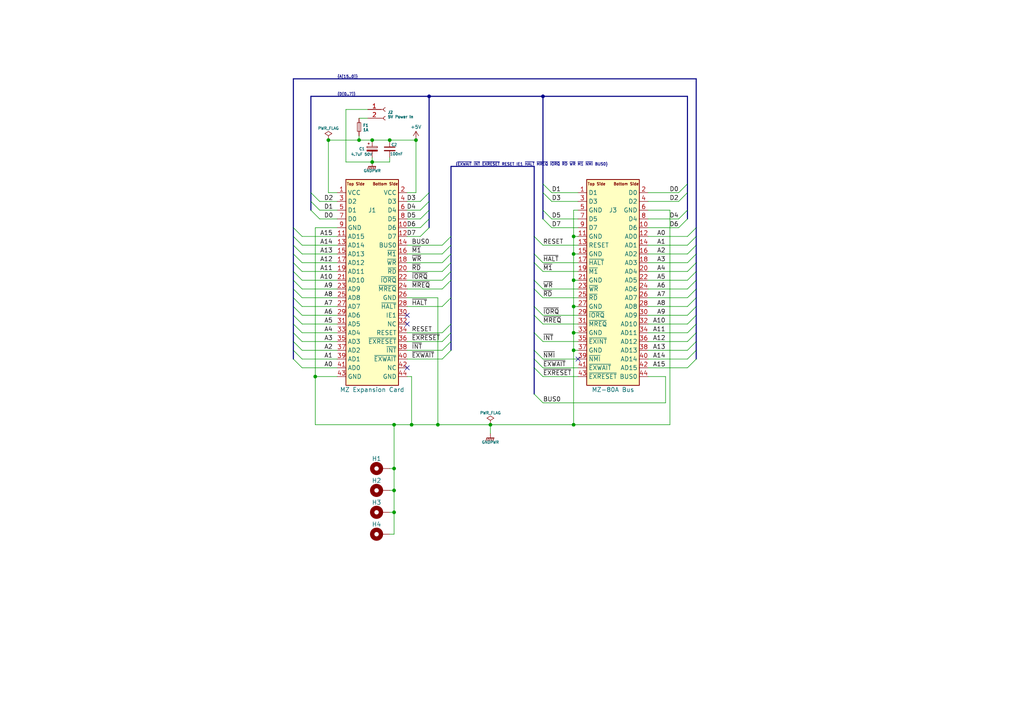
<source format=kicad_sch>
(kicad_sch (version 20230121) (generator eeschema)
  (paper "A4")
  (title_block (title "K&P SFD-700 Floppy Interface mkII") (date "2021-05-17") (rev "1.0") (comment 1 "and enhanced to operate with the MZ-80A.") (comment 2 "This is a recreation of the card using the SFD-700 & SFD-800 schematics as the base") (comment 4 "Kersten & Partners SFD-700 Floppy Disk Interface card for the Sharp MZ-80A/MZ-700."))
  (lib_symbols
    (symbol "Connector:Conn_01x02_Socket" (pin_names (offset 1.016) hide)
      (property "Reference" "J" (at 0 2.54 0))
      (property "Value" "Conn_01x02_Socket" (at 0 -5.08 0))
      (symbol "Conn_01x02_Socket_1_1"
        (arc (start 0 -2.032) (mid -0.5058 -2.54) (end 0 -3.048) (stroke (width 0.1524)))
        (polyline (pts (xy -1.27 -2.54) (xy -0.508 -2.54)) (stroke (width 0.1524)))
        (polyline (pts (xy -1.27 0) (xy -0.508 0)) (stroke (width 0.1524)))
        (arc (start 0 0.508) (mid -0.5058 0) (end 0 -0.508) (stroke (width 0.1524)))
        (pin passive line (at -5.08 0 0) (length 3.81) (name "Pin_1") (number "1"))
        (pin passive line (at -5.08 -2.54 0) (length 3.81) (name "Pin_2") (number "2"))
      )
    )
    (symbol "Device:C_Polarized_Small" (pin_numbers hide) (pin_names (offset 0.254) hide)
      (property "Reference" "C" (at 0.254 1.778 0))
      (property "Value" "C_Polarized_Small" (at 0.254 -2.032 0))
      (symbol "C_Polarized_Small_0_1"
        (rectangle (start -1.524 -0.3048) (end 1.524 -0.6858) (fill (type outline)))
        (rectangle (start -1.524 0.6858) (end 1.524 0.3048))
        (polyline (pts (xy -1.27 1.524) (xy -0.762 1.524)))
        (polyline (pts (xy -1.016 1.27) (xy -1.016 1.778)))
      )
      (symbol "C_Polarized_Small_1_1"
        (pin passive line (at 0 2.54 270) (length 1.8542) (name "~") (number "1"))
        (pin passive line (at 0 -2.54 90) (length 1.8542) (name "~") (number "2"))
      )
    )
    (symbol "Device:C_Small" (pin_numbers hide) (pin_names (offset 0.254) hide)
      (property "Reference" "C" (at 0.254 1.778 0))
      (property "Value" "C_Small" (at 0.254 -2.032 0))
      (symbol "C_Small_0_1"
        (polyline (pts (xy -1.524 -0.508) (xy 1.524 -0.508)) (stroke (width 0.3302)))
        (polyline (pts (xy -1.524 0.508) (xy 1.524 0.508)) (stroke (width 0.3048)))
      )
      (symbol "C_Small_1_1"
        (pin passive line (at 0 2.54 270) (length 2.032) (name "~") (number "1"))
        (pin passive line (at 0 -2.54 90) (length 2.032) (name "~") (number "2"))
      )
    )
    (symbol "Device:Fuse_Small" (pin_numbers hide) (pin_names (offset 0.254) hide)
      (property "Reference" "F" (at 0 -1.524 0))
      (property "Value" "Fuse_Small" (at 0 1.524 0))
      (symbol "Fuse_Small_0_1"
        (rectangle (start -1.27 0.508) (end 1.27 -0.508))
        (polyline (pts (xy -1.27 0) (xy 1.27 0)))
      )
      (symbol "Fuse_Small_1_1"
        (pin passive line (at -2.54 0 0) (length 1.27) (name "~") (number "1"))
        (pin passive line (at 2.54 0 180) (length 1.27) (name "~") (number "2"))
      )
    )
    (symbol "EXT80A:Ext_Bus_MZ800"
      (property "Reference" "J1" (at 0 21.59 0))
      (property "Value" "MZ-700 Bus" (at 0 -30.48 0))
      (symbol "Ext_Bus_MZ800_0_0"
        (text " Top Side" (at -5.08 29.21 0) (effects (font (size 0.7874 0.7874))))
        (text "Bottom Side" (at 3.81 29.21 0) (effects (font (size 0.7874 0.7874))))
      )
      (symbol "Ext_Bus_MZ800_0_1"
        (rectangle (start -7.62 -29.21) (end 7.62 30.48) (stroke (width 0.254)) (fill (type background)))
      )
      (symbol "Ext_Bus_MZ800_1_1"
        (pin power_in line (at -10.16 26.67 0) (length 2.54) (name "VCC") (number "1"))
        (pin tri_state line (at 10.16 16.51 180) (length 2.54) (name "D6") (number "10"))
        (pin tri_state line (at -10.16 13.97 0) (length 2.54) (name "AD15") (number "11"))
        (pin tri_state line (at 10.16 13.97 180) (length 2.54) (name "D7") (number "12"))
        (pin tri_state line (at -10.16 11.43 0) (length 2.54) (name "AD14") (number "13"))
        (pin tri_state line (at 10.16 11.43 180) (length 2.54) (name "BUS0") (number "14"))
        (pin tri_state line (at -10.16 8.89 0) (length 2.54) (name "AD13") (number "15"))
        (pin tri_state line (at 10.16 8.89 180) (length 2.54) (name "~{M1}") (number "16"))
        (pin tri_state line (at -10.16 6.35 0) (length 2.54) (name "AD12") (number "17"))
        (pin tri_state line (at 10.16 6.35 180) (length 2.54) (name "~{WR}") (number "18"))
        (pin tri_state line (at -10.16 3.81 0) (length 2.54) (name "AD11") (number "19"))
        (pin power_in line (at 10.16 26.67 180) (length 2.54) (name "VCC") (number "2"))
        (pin tri_state line (at 10.16 3.81 180) (length 2.54) (name "~{RD}") (number "20"))
        (pin tri_state line (at -10.16 1.27 0) (length 2.54) (name "AD10") (number "21"))
        (pin tri_state line (at 10.16 1.27 180) (length 2.54) (name "~{IORQ}") (number "22"))
        (pin tri_state line (at -10.16 -1.27 0) (length 2.54) (name "AD9") (number "23"))
        (pin tri_state line (at 10.16 -1.27 180) (length 2.54) (name "~{MREQ}") (number "24"))
        (pin tri_state line (at -10.16 -3.81 0) (length 2.54) (name "AD8") (number "25"))
        (pin power_in line (at 10.16 -3.81 180) (length 2.54) (name "GND") (number "26"))
        (pin tri_state line (at -10.16 -6.35 0) (length 2.54) (name "AD7") (number "27"))
        (pin tri_state line (at 10.16 -6.35 180) (length 2.54) (name "~{HALT}") (number "28"))
        (pin tri_state line (at -10.16 -8.89 0) (length 2.54) (name "AD6") (number "29"))
        (pin tri_state line (at -10.16 24.13 0) (length 2.54) (name "D2") (number "3"))
        (pin tri_state line (at 10.16 -8.89 180) (length 2.54) (name "IE1") (number "30"))
        (pin tri_state line (at -10.16 -11.43 0) (length 2.54) (name "AD5") (number "31"))
        (pin tri_state line (at 10.16 -11.43 180) (length 2.54) (name "NC") (number "32"))
        (pin tri_state line (at -10.16 -13.97 0) (length 2.54) (name "AD4") (number "33"))
        (pin tri_state line (at 10.16 -13.97 180) (length 2.54) (name "RESET") (number "34"))
        (pin tri_state line (at -10.16 -16.51 0) (length 2.54) (name "AD3") (number "35"))
        (pin tri_state line (at 10.16 -16.51 180) (length 2.54) (name "~{EXRESET}") (number "36"))
        (pin tri_state line (at -10.16 -19.05 0) (length 2.54) (name "AD2") (number "37"))
        (pin tri_state line (at 10.16 -19.05 180) (length 2.54) (name "~{INT}") (number "38"))
        (pin tri_state line (at -10.16 -21.59 0) (length 2.54) (name "AD1") (number "39"))
        (pin tri_state line (at 10.16 24.13 180) (length 2.54) (name "D3") (number "4"))
        (pin tri_state line (at 10.16 -21.59 180) (length 2.54) (name "~{EXWAIT}") (number "40"))
        (pin tri_state line (at -10.16 -24.13 0) (length 2.54) (name "AD0") (number "41"))
        (pin tri_state line (at 10.16 -24.13 180) (length 2.54) (name "NC") (number "42"))
        (pin power_in line (at -10.16 -26.67 0) (length 2.54) (name "GND") (number "43"))
        (pin power_in line (at 10.16 -26.67 180) (length 2.54) (name "GND") (number "44"))
        (pin tri_state line (at -10.16 21.59 0) (length 2.54) (name "D1") (number "5"))
        (pin tri_state line (at 10.16 21.59 180) (length 2.54) (name "D4") (number "6"))
        (pin tri_state line (at -10.16 19.05 0) (length 2.54) (name "D0") (number "7"))
        (pin tri_state line (at 10.16 19.05 180) (length 2.54) (name "D5") (number "8"))
        (pin power_in line (at -10.16 16.51 0) (length 2.54) (name "GND") (number "9"))
      )
    )
    (symbol "EXT80A:Ext_Bus_MZ80A"
      (property "Reference" "J1" (at 0 21.59 0))
      (property "Value" "MZ-700 Bus" (at 0 -30.48 0))
      (symbol "Ext_Bus_MZ80A_0_0"
        (text " Top Side" (at -5.08 29.21 0) (effects (font (size 0.7874 0.7874))))
        (text "Bottom Side" (at 3.81 29.21 0) (effects (font (size 0.7874 0.7874))))
      )
      (symbol "Ext_Bus_MZ80A_0_1"
        (rectangle (start -7.62 30.48) (end 7.62 -29.21) (stroke (width 0.254)) (fill (type background)))
      )
      (symbol "Ext_Bus_MZ80A_1_1"
        (pin tri_state line (at -10.16 26.67 0) (length 2.54) (name "D1") (number "1"))
        (pin tri_state line (at 10.16 16.51 180) (length 2.54) (name "D6") (number "10"))
        (pin power_in line (at -10.16 13.97 0) (length 2.54) (name "GND") (number "11"))
        (pin tri_state line (at 10.16 13.97 180) (length 2.54) (name "AD0") (number "12"))
        (pin tri_state line (at -10.16 11.43 0) (length 2.54) (name "RESET") (number "13"))
        (pin tri_state line (at 10.16 11.43 180) (length 2.54) (name "AD1") (number "14"))
        (pin power_in line (at -10.16 8.89 0) (length 2.54) (name "GND") (number "15"))
        (pin tri_state line (at 10.16 8.89 180) (length 2.54) (name "AD2") (number "16"))
        (pin tri_state line (at -10.16 6.35 0) (length 2.54) (name "~{HALT}") (number "17"))
        (pin tri_state line (at 10.16 6.35 180) (length 2.54) (name "AD3") (number "18"))
        (pin tri_state line (at -10.16 3.81 0) (length 2.54) (name "~{M1}") (number "19"))
        (pin tri_state line (at 10.16 26.67 180) (length 2.54) (name "D0") (number "2"))
        (pin tri_state line (at 10.16 3.81 180) (length 2.54) (name "AD4") (number "20"))
        (pin power_in line (at -10.16 1.27 0) (length 2.54) (name "GND") (number "21"))
        (pin tri_state line (at 10.16 1.27 180) (length 2.54) (name "AD5") (number "22"))
        (pin tri_state line (at -10.16 -1.27 0) (length 2.54) (name "~{WR}") (number "23"))
        (pin tri_state line (at 10.16 -1.27 180) (length 2.54) (name "AD6") (number "24"))
        (pin tri_state line (at -10.16 -3.81 0) (length 2.54) (name "~{RD}") (number "25"))
        (pin tri_state line (at 10.16 -3.81 180) (length 2.54) (name "AD7") (number "26"))
        (pin power_in line (at -10.16 -6.35 0) (length 2.54) (name "GND") (number "27"))
        (pin tri_state line (at 10.16 -6.35 180) (length 2.54) (name "AD8") (number "28"))
        (pin tri_state line (at -10.16 -8.89 0) (length 2.54) (name "~{IORQ}") (number "29"))
        (pin tri_state line (at -10.16 24.13 0) (length 2.54) (name "D3") (number "3"))
        (pin tri_state line (at 10.16 -8.89 180) (length 2.54) (name "AD9") (number "30"))
        (pin tri_state line (at -10.16 -11.43 0) (length 2.54) (name "~{MREQ}") (number "31"))
        (pin tri_state line (at 10.16 -11.43 180) (length 2.54) (name "AD10") (number "32"))
        (pin power_in line (at -10.16 -13.97 0) (length 2.54) (name "GND") (number "33"))
        (pin tri_state line (at 10.16 -13.97 180) (length 2.54) (name "AD11") (number "34"))
        (pin tri_state line (at -10.16 -16.51 0) (length 2.54) (name "~{EXINT}") (number "35"))
        (pin tri_state line (at 10.16 -16.51 180) (length 2.54) (name "AD12") (number "36"))
        (pin power_in line (at -10.16 -19.05 0) (length 2.54) (name "GND") (number "37"))
        (pin tri_state line (at 10.16 -19.05 180) (length 2.54) (name "AD13") (number "38"))
        (pin tri_state line (at -10.16 -21.59 0) (length 2.54) (name "~{NMI}") (number "39"))
        (pin tri_state line (at 10.16 24.13 180) (length 2.54) (name "D2") (number "4"))
        (pin tri_state line (at 10.16 -21.59 180) (length 2.54) (name "AD14") (number "40"))
        (pin tri_state line (at -10.16 -24.13 0) (length 2.54) (name "~{EXWAIT}") (number "41"))
        (pin tri_state line (at 10.16 -24.13 180) (length 2.54) (name "AD15") (number "42"))
        (pin tri_state line (at -10.16 -26.67 0) (length 2.54) (name "~{EXRESET}") (number "43"))
        (pin tri_state line (at 10.16 -26.67 180) (length 2.54) (name "BUS0") (number "44"))
        (pin power_in line (at -10.16 21.59 0) (length 2.54) (name "GND") (number "5"))
        (pin power_in line (at 10.16 21.59 180) (length 2.54) (name "GND") (number "6"))
        (pin tri_state line (at -10.16 19.05 0) (length 2.54) (name "D5") (number "7"))
        (pin tri_state line (at 10.16 19.05 180) (length 2.54) (name "D4") (number "8"))
        (pin tri_state line (at -10.16 16.51 0) (length 2.54) (name "D7") (number "9"))
      )
    )
    (symbol "Mechanical:MountingHole_Pad" (pin_numbers hide) (pin_names (offset 1.016) hide)
      (property "Reference" "H" (at 0 6.35 0))
      (property "Value" "MountingHole_Pad" (at 0 4.445 0))
      (symbol "MountingHole_Pad_0_1"
        (circle (center 0 1.27) (radius 1.27) (stroke (width 1.27)))
      )
      (symbol "MountingHole_Pad_1_1"
        (pin input line (at 0 -2.54 90) (length 2.54) (name "1") (number "1"))
      )
    )
    (symbol "power:+5V" (power) (pin_names (offset 0))
      (property "Value" "+5V" (at 0 3.556 0))
      (symbol "+5V_0_1"
        (polyline (pts (xy -0.762 1.27) (xy 0 2.54)))
        (polyline (pts (xy 0 0) (xy 0 2.54)))
        (polyline (pts (xy 0 2.54) (xy 0.762 1.27)))
      )
      (symbol "+5V_1_1"
        (pin power_in line (at 0 0 90) (length 0) hide (name "+5V") (number "1"))
      )
    )
    (symbol "power:GNDPWR" (power) (pin_names (offset 0))
      (property "Value" "GNDPWR" (at 0 -3.302 0))
      (symbol "GNDPWR_0_1"
        (polyline (pts (xy 0 -1.27) (xy 0 0)))
        (polyline (pts (xy -1.016 -1.27) (xy -1.27 -2.032) (xy -1.27 -2.032)) (stroke (width 0.2032)))
        (polyline (pts (xy -0.508 -1.27) (xy -0.762 -2.032) (xy -0.762 -2.032)) (stroke (width 0.2032)))
        (polyline (pts (xy 0 -1.27) (xy -0.254 -2.032) (xy -0.254 -2.032)) (stroke (width 0.2032)))
        (polyline (pts (xy 0.508 -1.27) (xy 0.254 -2.032) (xy 0.254 -2.032)) (stroke (width 0.2032)))
        (polyline (pts (xy 1.016 -1.27) (xy -1.016 -1.27) (xy -1.016 -1.27)) (stroke (width 0.2032)))
        (polyline (pts (xy 1.016 -1.27) (xy 0.762 -2.032) (xy 0.762 -2.032) (xy 0.762 -2.032)) (stroke (width 0.2032)))
      )
      (symbol "GNDPWR_1_1"
        (pin power_in line (at 0 0 270) (length 0) hide (name "GNDPWR") (number "1"))
      )
    )
    (symbol "power:PWR_FLAG" (power) (pin_numbers hide) (pin_names (offset 0) hide)
      (property "Value" "PWR_FLAG" (at 0 3.81 0))
      (symbol "PWR_FLAG_0_0"
        (pin power_out line (at 0 0 90) (length 0) (name "pwr") (number "1"))
      )
      (symbol "PWR_FLAG_0_1"
        (polyline (pts (xy 0 0) (xy 0 1.27) (xy -1.016 1.905) (xy 0 2.54) (xy 1.016 1.905) (xy 0 1.27)))
      )
    )
  )
  (junction (at 120.65 40.64))
  (junction (at 166.37 123.19))
  (junction (at 166.37 73.66))
  (junction (at 166.37 101.6))
  (junction (at 166.37 88.9))
  (junction (at 104.14 40.64))
  (junction (at 157.48 27.94))
  (junction (at 114.3 135.89))
  (junction (at 142.24 123.19))
  (junction (at 119.38 123.19))
  (junction (at 166.37 96.52))
  (junction (at 95.25 40.64))
  (junction (at 114.3 123.19))
  (junction (at 166.37 81.28))
  (junction (at 127 123.19))
  (junction (at 107.95 40.64))
  (junction (at 107.95 46.99))
  (junction (at 124.46 27.94))
  (junction (at 166.37 68.58))
  (junction (at 114.3 148.59))
  (junction (at 91.44 109.22))
  (junction (at 113.03 40.64))
  (junction (at 114.3 142.24))
  (no_connect (at 118.11 106.68))
  (no_connect (at 118.11 93.98))
  (no_connect (at 167.64 104.14))
  (no_connect (at 118.11 91.44))
  (bus_entry (at 154.94 88.9) (size 2.54 2.54))
  (bus_entry (at 128.27 101.6) (size 2.54 -2.54))
  (bus_entry (at 128.27 99.06) (size 2.54 -2.54))
  (bus_entry (at 199.39 104.14) (size 2.54 -2.54))
  (bus_entry (at 128.27 73.66) (size 2.54 -2.54))
  (bus_entry (at 199.39 76.2) (size 2.54 -2.54))
  (bus_entry (at 199.39 78.74) (size 2.54 -2.54))
  (bus_entry (at 157.48 63.5) (size 2.54 2.54))
  (bus_entry (at 157.48 60.96) (size 2.54 2.54))
  (bus_entry (at 87.63 86.36) (size -2.54 -2.54))
  (bus_entry (at 121.92 60.96) (size 2.54 -2.54))
  (bus_entry (at 128.27 83.82) (size 2.54 -2.54))
  (bus_entry (at 154.94 114.3) (size 2.54 2.54))
  (bus_entry (at 121.92 66.04) (size 2.54 -2.54))
  (bus_entry (at 121.92 68.58) (size 2.54 -2.54))
  (bus_entry (at 87.63 104.14) (size -2.54 -2.54))
  (bus_entry (at 154.94 83.82) (size 2.54 2.54))
  (bus_entry (at 199.39 63.5) (size -2.54 2.54))
  (bus_entry (at 199.39 73.66) (size 2.54 -2.54))
  (bus_entry (at 154.94 76.2) (size 2.54 2.54))
  (bus_entry (at 199.39 99.06) (size 2.54 -2.54))
  (bus_entry (at 199.39 106.68) (size 2.54 -2.54))
  (bus_entry (at 128.27 71.12) (size 2.54 -2.54))
  (bus_entry (at 90.17 60.96) (size 2.54 2.54))
  (bus_entry (at 128.27 76.2) (size 2.54 -2.54))
  (bus_entry (at 199.39 71.12) (size 2.54 -2.54))
  (bus_entry (at 154.94 101.6) (size 2.54 2.54))
  (bus_entry (at 128.27 104.14) (size 2.54 -2.54))
  (bus_entry (at 199.39 60.96) (size -2.54 2.54))
  (bus_entry (at 87.63 81.28) (size -2.54 -2.54))
  (bus_entry (at 199.39 91.44) (size 2.54 -2.54))
  (bus_entry (at 199.39 88.9) (size 2.54 -2.54))
  (bus_entry (at 87.63 78.74) (size -2.54 -2.54))
  (bus_entry (at 199.39 83.82) (size 2.54 -2.54))
  (bus_entry (at 199.39 86.36) (size 2.54 -2.54))
  (bus_entry (at 128.27 78.74) (size 2.54 -2.54))
  (bus_entry (at 199.39 53.34) (size -2.54 2.54))
  (bus_entry (at 87.63 76.2) (size -2.54 -2.54))
  (bus_entry (at 128.27 96.52) (size 2.54 -2.54))
  (bus_entry (at 87.63 106.68) (size -2.54 -2.54))
  (bus_entry (at 87.63 91.44) (size -2.54 -2.54))
  (bus_entry (at 128.27 88.9) (size 2.54 -2.54))
  (bus_entry (at 199.39 101.6) (size 2.54 -2.54))
  (bus_entry (at 154.94 68.58) (size 2.54 2.54))
  (bus_entry (at 157.48 53.34) (size 2.54 2.54))
  (bus_entry (at 154.94 96.52) (size 2.54 2.54))
  (bus_entry (at 154.94 106.68) (size 2.54 2.54))
  (bus_entry (at 154.94 81.28) (size 2.54 2.54))
  (bus_entry (at 154.94 104.14) (size 2.54 2.54))
  (bus_entry (at 199.39 55.88) (size -2.54 2.54))
  (bus_entry (at 87.63 71.12) (size -2.54 -2.54))
  (bus_entry (at 87.63 88.9) (size -2.54 -2.54))
  (bus_entry (at 154.94 91.44) (size 2.54 2.54))
  (bus_entry (at 199.39 93.98) (size 2.54 -2.54))
  (bus_entry (at 87.63 96.52) (size -2.54 -2.54))
  (bus_entry (at 90.17 55.88) (size 2.54 2.54))
  (bus_entry (at 87.63 93.98) (size -2.54 -2.54))
  (bus_entry (at 87.63 73.66) (size -2.54 -2.54))
  (bus_entry (at 154.94 73.66) (size 2.54 2.54))
  (bus_entry (at 87.63 83.82) (size -2.54 -2.54))
  (bus_entry (at 87.63 101.6) (size -2.54 -2.54))
  (bus_entry (at 121.92 58.42) (size 2.54 -2.54))
  (bus_entry (at 199.39 68.58) (size 2.54 -2.54))
  (bus_entry (at 199.39 96.52) (size 2.54 -2.54))
  (bus_entry (at 157.48 55.88) (size 2.54 2.54))
  (bus_entry (at 199.39 81.28) (size 2.54 -2.54))
  (bus_entry (at 87.63 99.06) (size -2.54 -2.54))
  (bus_entry (at 128.27 81.28) (size 2.54 -2.54))
  (bus_entry (at 90.17 58.42) (size 2.54 2.54))
  (bus_entry (at 121.92 63.5) (size 2.54 -2.54))
  (bus_entry (at 87.63 68.58) (size -2.54 -2.54))
  (wire (pts (xy 187.96 63.5) (xy 196.85 63.5)))
  (wire (pts (xy 160.02 63.5) (xy 167.64 63.5)))
  (wire (pts (xy 128.27 76.2) (xy 118.11 76.2)))
  (bus (pts (xy 124.46 27.94) (xy 124.46 55.88)))
  (wire (pts (xy 114.3 142.24) (xy 114.3 135.89)))
  (wire (pts (xy 95.25 40.64) (xy 104.14 40.64)))
  (bus (pts (xy 85.09 66.04) (xy 85.09 22.86)))
  (wire (pts (xy 128.27 83.82) (xy 118.11 83.82)))
  (wire (pts (xy 104.14 39.37) (xy 104.14 40.64)))
  (bus (pts (xy 154.94 68.58) (xy 154.94 73.66)))
  (wire (pts (xy 166.37 123.19) (xy 194.31 123.19)))
  (wire (pts (xy 199.39 96.52) (xy 187.96 96.52)))
  (bus (pts (xy 154.94 48.26) (xy 154.94 68.58)))
  (wire (pts (xy 199.39 71.12) (xy 187.96 71.12)))
  (wire (pts (xy 166.37 60.96) (xy 166.37 68.58)))
  (bus (pts (xy 85.09 71.12) (xy 85.09 73.66)))
  (bus (pts (xy 85.09 99.06) (xy 85.09 101.6)))
  (wire (pts (xy 97.79 96.52) (xy 87.63 96.52)))
  (wire (pts (xy 119.38 109.22) (xy 119.38 123.19)))
  (wire (pts (xy 166.37 88.9) (xy 167.64 88.9)))
  (bus (pts (xy 201.93 96.52) (xy 201.93 93.98)))
  (wire (pts (xy 128.27 96.52) (xy 118.11 96.52)))
  (bus (pts (xy 85.09 68.58) (xy 85.09 71.12)))
  (wire (pts (xy 167.64 83.82) (xy 157.48 83.82)))
  (wire (pts (xy 97.79 58.42) (xy 92.71 58.42)))
  (wire (pts (xy 199.39 91.44) (xy 187.96 91.44)))
  (bus (pts (xy 130.81 68.58) (xy 130.81 71.12)))
  (wire (pts (xy 118.11 86.36) (xy 127 86.36)))
  (wire (pts (xy 199.39 76.2) (xy 187.96 76.2)))
  (bus (pts (xy 201.93 78.74) (xy 201.93 76.2)))
  (wire (pts (xy 97.79 73.66) (xy 87.63 73.66)))
  (bus (pts (xy 201.93 71.12) (xy 201.93 68.58)))
  (bus (pts (xy 201.93 101.6) (xy 201.93 104.14)))
  (wire (pts (xy 118.11 58.42) (xy 121.92 58.42)))
  (bus (pts (xy 85.09 93.98) (xy 85.09 96.52)))
  (bus (pts (xy 201.93 88.9) (xy 201.93 86.36)))
  (wire (pts (xy 160.02 55.88) (xy 167.64 55.88)))
  (wire (pts (xy 199.39 93.98) (xy 187.96 93.98)))
  (wire (pts (xy 97.79 60.96) (xy 92.71 60.96)))
  (bus (pts (xy 130.81 86.36) (xy 130.81 93.98)))
  (wire (pts (xy 167.64 78.74) (xy 157.48 78.74)))
  (wire (pts (xy 97.79 101.6) (xy 87.63 101.6)))
  (wire (pts (xy 166.37 101.6) (xy 167.64 101.6)))
  (bus (pts (xy 130.81 93.98) (xy 130.81 96.52)))
  (bus (pts (xy 85.09 101.6) (xy 85.09 104.14)))
  (wire (pts (xy 113.03 148.59) (xy 114.3 148.59)))
  (bus (pts (xy 154.94 106.68) (xy 154.94 114.3)))
  (wire (pts (xy 187.96 58.42) (xy 196.85 58.42)))
  (bus (pts (xy 157.48 53.34) (xy 157.48 27.94)))
  (wire (pts (xy 106.68 34.29) (xy 104.14 34.29)))
  (bus (pts (xy 201.93 91.44) (xy 201.93 88.9)))
  (bus (pts (xy 201.93 68.58) (xy 201.93 66.04)))
  (bus (pts (xy 199.39 55.88) (xy 199.39 53.34)))
  (wire (pts (xy 167.64 106.68) (xy 157.48 106.68)))
  (wire (pts (xy 193.04 116.84) (xy 193.04 109.22)))
  (wire (pts (xy 128.27 71.12) (xy 118.11 71.12)))
  (wire (pts (xy 199.39 101.6) (xy 187.96 101.6)))
  (wire (pts (xy 199.39 106.68) (xy 187.96 106.68)))
  (bus (pts (xy 124.46 63.5) (xy 124.46 66.04)))
  (bus (pts (xy 130.81 76.2) (xy 130.81 78.74)))
  (bus (pts (xy 154.94 83.82) (xy 154.94 81.28)))
  (wire (pts (xy 194.31 60.96) (xy 194.31 123.19)))
  (wire (pts (xy 167.64 86.36) (xy 157.48 86.36)))
  (bus (pts (xy 157.48 27.94) (xy 124.46 27.94)))
  (wire (pts (xy 97.79 86.36) (xy 87.63 86.36)))
  (wire (pts (xy 128.27 104.14) (xy 118.11 104.14)))
  (wire (pts (xy 187.96 81.28) (xy 199.39 81.28)))
  (bus (pts (xy 199.39 55.88) (xy 199.39 60.96)))
  (wire (pts (xy 91.44 109.22) (xy 91.44 123.19)))
  (bus (pts (xy 90.17 27.94) (xy 90.17 55.88)))
  (wire (pts (xy 142.24 123.19) (xy 142.24 125.73)))
  (wire (pts (xy 142.24 123.19) (xy 127 123.19)))
  (wire (pts (xy 118.11 63.5) (xy 121.92 63.5)))
  (wire (pts (xy 142.24 123.19) (xy 166.37 123.19)))
  (wire (pts (xy 166.37 96.52) (xy 167.64 96.52)))
  (wire (pts (xy 128.27 99.06) (xy 118.11 99.06)))
  (wire (pts (xy 160.02 66.04) (xy 167.64 66.04)))
  (wire (pts (xy 128.27 78.74) (xy 118.11 78.74)))
  (wire (pts (xy 100.33 31.75) (xy 100.33 46.99)))
  (bus (pts (xy 201.93 99.06) (xy 201.93 96.52)))
  (bus (pts (xy 157.48 63.5) (xy 157.48 60.96)))
  (wire (pts (xy 113.03 45.72) (xy 113.03 46.99)))
  (bus (pts (xy 130.81 78.74) (xy 130.81 81.28)))
  (bus (pts (xy 90.17 55.88) (xy 90.17 58.42)))
  (wire (pts (xy 106.68 31.75) (xy 100.33 31.75)))
  (bus (pts (xy 201.93 73.66) (xy 201.93 71.12)))
  (bus (pts (xy 201.93 76.2) (xy 201.93 73.66)))
  (wire (pts (xy 128.27 101.6) (xy 118.11 101.6)))
  (wire (pts (xy 91.44 109.22) (xy 97.79 109.22)))
  (wire (pts (xy 187.96 60.96) (xy 194.31 60.96)))
  (bus (pts (xy 130.81 48.26) (xy 130.81 68.58)))
  (wire (pts (xy 157.48 116.84) (xy 193.04 116.84)))
  (wire (pts (xy 97.79 106.68) (xy 87.63 106.68)))
  (wire (pts (xy 114.3 148.59) (xy 114.3 142.24)))
  (bus (pts (xy 85.09 91.44) (xy 85.09 93.98)))
  (wire (pts (xy 113.03 154.94) (xy 114.3 154.94)))
  (bus (pts (xy 154.94 76.2) (xy 154.94 73.66)))
  (wire (pts (xy 167.64 71.12) (xy 157.48 71.12)))
  (bus (pts (xy 154.94 106.68) (xy 154.94 104.14)))
  (wire (pts (xy 199.39 78.74) (xy 187.96 78.74)))
  (wire (pts (xy 127 123.19) (xy 119.38 123.19)))
  (bus (pts (xy 85.09 81.28) (xy 85.09 83.82)))
  (wire (pts (xy 199.39 99.06) (xy 187.96 99.06)))
  (bus (pts (xy 157.48 55.88) (xy 157.48 53.34)))
  (bus (pts (xy 85.09 66.04) (xy 85.09 68.58)))
  (bus (pts (xy 85.09 76.2) (xy 85.09 78.74)))
  (bus (pts (xy 124.46 55.88) (xy 124.46 58.42)))
  (wire (pts (xy 166.37 68.58) (xy 166.37 73.66)))
  (wire (pts (xy 127 86.36) (xy 127 123.19)))
  (bus (pts (xy 199.39 53.34) (xy 199.39 27.94)))
  (wire (pts (xy 166.37 81.28) (xy 166.37 88.9)))
  (bus (pts (xy 199.39 63.5) (xy 199.39 60.96)))
  (bus (pts (xy 201.93 86.36) (xy 201.93 83.82)))
  (bus (pts (xy 85.09 83.82) (xy 85.09 86.36)))
  (wire (pts (xy 97.79 76.2) (xy 87.63 76.2)))
  (wire (pts (xy 167.64 91.44) (xy 157.48 91.44)))
  (bus (pts (xy 201.93 66.04) (xy 201.93 22.86)))
  (wire (pts (xy 114.3 135.89) (xy 113.03 135.89)))
  (wire (pts (xy 114.3 123.19) (xy 91.44 123.19)))
  (wire (pts (xy 166.37 73.66) (xy 166.37 81.28)))
  (wire (pts (xy 97.79 55.88) (xy 95.25 55.88)))
  (bus (pts (xy 154.94 83.82) (xy 154.94 88.9)))
  (wire (pts (xy 118.11 66.04) (xy 121.92 66.04)))
  (wire (pts (xy 193.04 109.22) (xy 187.96 109.22)))
  (bus (pts (xy 201.93 81.28) (xy 201.93 78.74)))
  (wire (pts (xy 199.39 104.14) (xy 187.96 104.14)))
  (bus (pts (xy 154.94 104.14) (xy 154.94 101.6)))
  (bus (pts (xy 124.46 58.42) (xy 124.46 60.96)))
  (wire (pts (xy 128.27 73.66) (xy 118.11 73.66)))
  (wire (pts (xy 166.37 81.28) (xy 167.64 81.28)))
  (wire (pts (xy 199.39 86.36) (xy 187.96 86.36)))
  (bus (pts (xy 130.81 71.12) (xy 130.81 73.66)))
  (wire (pts (xy 128.27 81.28) (xy 118.11 81.28)))
  (bus (pts (xy 154.94 76.2) (xy 154.94 81.28)))
  (wire (pts (xy 97.79 71.12) (xy 87.63 71.12)))
  (wire (pts (xy 167.64 60.96) (xy 166.37 60.96)))
  (wire (pts (xy 199.39 68.58) (xy 187.96 68.58)))
  (wire (pts (xy 97.79 66.04) (xy 91.44 66.04)))
  (wire (pts (xy 167.64 109.22) (xy 157.48 109.22)))
  (wire (pts (xy 166.37 96.52) (xy 166.37 101.6)))
  (wire (pts (xy 166.37 101.6) (xy 166.37 123.19)))
  (bus (pts (xy 85.09 22.86) (xy 201.93 22.86)))
  (wire (pts (xy 199.39 73.66) (xy 187.96 73.66)))
  (bus (pts (xy 124.46 60.96) (xy 124.46 63.5)))
  (wire (pts (xy 167.64 76.2) (xy 157.48 76.2)))
  (wire (pts (xy 113.03 40.64) (xy 120.65 40.64)))
  (bus (pts (xy 85.09 78.74) (xy 85.09 81.28)))
  (bus (pts (xy 90.17 58.42) (xy 90.17 60.96)))
  (wire (pts (xy 167.64 104.14) (xy 157.48 104.14)))
  (wire (pts (xy 97.79 83.82) (xy 87.63 83.82)))
  (bus (pts (xy 130.81 99.06) (xy 130.81 101.6)))
  (wire (pts (xy 113.03 142.24) (xy 114.3 142.24)))
  (wire (pts (xy 91.44 66.04) (xy 91.44 109.22)))
  (wire (pts (xy 104.14 40.64) (xy 107.95 40.64)))
  (wire (pts (xy 95.25 40.64) (xy 95.25 55.88)))
  (bus (pts (xy 130.81 73.66) (xy 130.81 76.2)))
  (bus (pts (xy 85.09 88.9) (xy 85.09 91.44)))
  (wire (pts (xy 97.79 99.06) (xy 87.63 99.06)))
  (wire (pts (xy 97.79 68.58) (xy 87.63 68.58)))
  (wire (pts (xy 107.95 45.72) (xy 107.95 46.99)))
  (wire (pts (xy 166.37 68.58) (xy 167.64 68.58)))
  (wire (pts (xy 118.11 68.58) (xy 121.92 68.58)))
  (wire (pts (xy 160.02 58.42) (xy 167.64 58.42)))
  (wire (pts (xy 199.39 88.9) (xy 187.96 88.9)))
  (wire (pts (xy 97.79 81.28) (xy 87.63 81.28)))
  (wire (pts (xy 97.79 78.74) (xy 87.63 78.74)))
  (wire (pts (xy 199.39 83.82) (xy 187.96 83.82)))
  (wire (pts (xy 187.96 66.04) (xy 196.85 66.04)))
  (wire (pts (xy 107.95 40.64) (xy 113.03 40.64)))
  (bus (pts (xy 157.48 55.88) (xy 157.48 60.96)))
  (wire (pts (xy 97.79 104.14) (xy 87.63 104.14)))
  (wire (pts (xy 100.33 46.99) (xy 107.95 46.99)))
  (wire (pts (xy 120.65 40.64) (xy 120.65 55.88)))
  (bus (pts (xy 201.93 83.82) (xy 201.93 81.28)))
  (bus (pts (xy 201.93 101.6) (xy 201.93 99.06)))
  (bus (pts (xy 154.94 91.44) (xy 154.94 96.52)))
  (bus (pts (xy 130.81 96.52) (xy 130.81 99.06)))
  (wire (pts (xy 97.79 63.5) (xy 92.71 63.5)))
  (bus (pts (xy 130.81 81.28) (xy 130.81 86.36)))
  (bus (pts (xy 201.93 93.98) (xy 201.93 91.44)))
  (wire (pts (xy 118.11 109.22) (xy 119.38 109.22)))
  (wire (pts (xy 119.38 123.19) (xy 114.3 123.19)))
  (wire (pts (xy 166.37 88.9) (xy 166.37 96.52)))
  (wire (pts (xy 167.64 99.06) (xy 157.48 99.06)))
  (bus (pts (xy 154.94 91.44) (xy 154.94 88.9)))
  (wire (pts (xy 97.79 88.9) (xy 87.63 88.9)))
  (bus (pts (xy 157.48 27.94) (xy 199.39 27.94)))
  (bus (pts (xy 85.09 86.36) (xy 85.09 88.9)))
  (wire (pts (xy 113.03 46.99) (xy 107.95 46.99)))
  (bus (pts (xy 85.09 96.52) (xy 85.09 99.06)))
  (wire (pts (xy 97.79 93.98) (xy 87.63 93.98)))
  (wire (pts (xy 97.79 91.44) (xy 87.63 91.44)))
  (wire (pts (xy 187.96 55.88) (xy 196.85 55.88)))
  (wire (pts (xy 118.11 60.96) (xy 121.92 60.96)))
  (wire (pts (xy 114.3 123.19) (xy 114.3 135.89)))
  (bus (pts (xy 130.81 48.26) (xy 154.94 48.26)))
  (bus (pts (xy 85.09 73.66) (xy 85.09 76.2)))
  (bus (pts (xy 154.94 96.52) (xy 154.94 101.6)))
  (wire (pts (xy 166.37 73.66) (xy 167.64 73.66)))
  (wire (pts (xy 167.64 93.98) (xy 157.48 93.98)))
  (wire (pts (xy 128.27 88.9) (xy 118.11 88.9)))
  (wire (pts (xy 118.11 55.88) (xy 120.65 55.88)))
  (wire (pts (xy 114.3 154.94) (xy 114.3 148.59)))
  (bus (pts (xy 124.46 27.94) (xy 90.17 27.94)))
  (label "A6" (at 193.04 83.82 180))
  (label "D4" (at 120.65 60.96 180))
  (label "A7" (at 193.04 86.36 180))
  (label "~{MREQ}" (at 119.38 83.82 0))
  (label "~{INT}" (at 157.48 99.06 0))
  (label "~{WR}" (at 119.38 76.2 0))
  (label "RESET" (at 157.48 71.12 0))
  (label "D0" (at 196.85 55.88 180))
  (label "D1" (at 160.02 55.88 0))
  (label "~{M1}" (at 157.48 78.74 0))
  (label "A1" (at 193.04 71.12 180))
  (label "A14" (at 96.52 71.12 180))
  (label "A1" (at 96.52 104.14 180))
  (label "D5" (at 160.02 63.5 0))
  (label "A9" (at 96.52 83.82 180))
  (label "{D[0..7]}" (at 97.79 27.94 0) (effects (font (size 0.8 0.8))))
  (label "D0" (at 93.98 63.5 0))
  (label "~{HALT}" (at 157.48 76.2 0))
  (label "D6" (at 120.65 66.04 180))
  (label "~{RD}" (at 157.48 86.36 0))
  (label "A4" (at 96.52 96.52 180))
  (label "A3" (at 193.04 76.2 180))
  (label "D7" (at 120.65 68.58 180))
  (label "~{IORQ}" (at 119.38 81.28 0))
  (label "A2" (at 96.52 101.6 180))
  (label "A8" (at 193.04 88.9 180))
  (label "~{WR}" (at 157.48 83.82 0))
  (label "A11" (at 193.04 96.52 180))
  (label "A0" (at 96.52 106.68 180))
  (label "~{M1}" (at 119.38 73.66 0))
  (label "A11" (at 96.52 78.74 180))
  (label "{A[15..0]}" (at 97.79 22.86 0) (effects (font (size 0.8 0.8))))
  (label "A12" (at 193.04 99.06 180))
  (label "~{HALT}" (at 119.38 88.9 0))
  (label "A5" (at 96.52 93.98 180))
  (label "A7" (at 96.52 88.9 180))
  (label "~{EXWAIT}" (at 119.38 104.14 0))
  (label "{~{EXWAIT} ~{INT} ~{EXRESET} RESET IE1 ~{HALT} ~{MREQ} ~{IORQ} ~{RD} ~{WR} ~{M1} ~{NMI} BUS0}" (at 132.08 48.26 0) (effects (font (size 0.8 0.8))))
  (label "A12" (at 96.52 76.2 180))
  (label "A3" (at 96.52 99.06 180))
  (label "BUS0" (at 119.38 71.12 0))
  (label "~{IORQ}" (at 157.48 91.44 0))
  (label "A15" (at 193.04 106.68 180))
  (label "A10" (at 96.52 81.28 180))
  (label "A13" (at 96.52 73.66 180))
  (label "D2" (at 93.98 58.42 0))
  (label "D5" (at 120.65 63.5 180))
  (label "A10" (at 193.04 93.98 180))
  (label "D3" (at 160.02 58.42 0))
  (label "D3" (at 120.65 58.42 180))
  (label "A8" (at 96.52 86.36 180))
  (label "A4" (at 193.04 78.74 180))
  (label "D4" (at 196.85 63.5 180))
  (label "~{EXRESET}" (at 157.48 109.22 0))
  (label "A14" (at 193.04 104.14 180))
  (label "A6" (at 96.52 91.44 180))
  (label "A13" (at 193.04 101.6 180))
  (label "RESET" (at 119.38 96.52 0))
  (label "~{RD}" (at 119.38 78.74 0))
  (label "~{EXRESET}" (at 119.38 99.06 0))
  (label "D7" (at 160.02 66.04 0))
  (label "A2" (at 193.04 73.66 180))
  (label "A0" (at 193.04 68.58 180))
  (label "D2" (at 196.85 58.42 180))
  (label "A9" (at 193.04 91.44 180))
  (label "~{EXWAIT}" (at 157.48 106.68 0))
  (label "D6" (at 196.85 66.04 180))
  (label "~{MREQ}" (at 157.48 93.98 0))
  (label "A15" (at 96.52 68.58 180))
  (label "A5" (at 193.04 81.28 180))
  (label "~{INT}" (at 119.38 101.6 0))
  (label "D1" (at 93.98 60.96 0))
  (label "~{NMI}" (at 157.48 104.14 0))
  (label "BUS0" (at 157.48 116.84 0))
  (symbol (lib_id "EXT80A:Ext_Bus_MZ800") (at 107.95 82.55 0) (unit 1)
    (property "Reference" "J1" (at 107.95 60.96 0))
    (property "Value" "MZ Expansion Card" (at 107.95 113.03 0))
    (property "Footprint" "EXT80A:EdgeCardConnector_2_54mm_44way" (effects hide))
    (property "Datasheet" "https://en.wikipedia.org/wiki/Industry_Standard_Architecture" (effects hide))
  )
  (symbol (lib_id "power:+5V") (at 120.65 40.64 0) (unit 1)
    (property "Reference" "#PWR02" (effects hide))
    (property "Value" "+5V" (at 120.65 36.83 0) (effects (font (size 0.9906 0.9906))))
  )
  (symbol (lib_id "Device:C_Polarized_Small") (at 107.95 43.18 0) (unit 1)
    (property "Reference" "C1" (at 104.14 43.18 0) (effects (font (size 0.7874 0.7874)) (justify left)))
    (property "Value" "4.7uF 50V" (at 101.8032 44.7548 0) (effects (font (size 0.7874 0.7874)) (justify left)))
    (property "Footprint" "Capacitor_THT:CP_Radial_D4.0mm_P2.00mm" (effects hide))
  )
  (symbol (lib_id "power:GNDPWR") (at 107.95 46.99 0) (unit 1)
    (property "Reference" "#PWR01" (effects hide))
    (property "Value" "GNDPWR" (at 107.95 49.53 0) (effects (font (size 0.7874 0.7874))))
  )
  (symbol (lib_id "Mechanical:MountingHole_Pad") (at 110.49 142.24 90) (unit 1)
    (property "Reference" "H2" (at 109.22 139.3731 90))
    (property "Value" "MountingHole_Pad" (effects hide))
    (property "Footprint" "MountingHole:MountingHole_3.2mm_M3_Pad_Via" (effects hide))
  )
  (symbol (lib_id "Mechanical:MountingHole_Pad") (at 110.49 154.94 90) (unit 1)
    (property "Reference" "H4" (at 109.22 152.0731 90))
    (property "Value" "MountingHole_Pad" (effects hide))
    (property "Footprint" "MountingHole:MountingHole_3.2mm_M3_Pad_Via" (effects hide))
  )
  (symbol (lib_id "EXT80A:Ext_Bus_MZ80A") (at 177.8 82.55 0) (unit 1)
    (property "Reference" "J3" (at 177.8 60.96 0))
    (property "Value" "MZ-80A Bus" (at 177.8 113.03 0))
    (property "Footprint" "EXT80A:EdgeCardConnector_2_54mm_44way" (effects hide))
  )
  (symbol (lib_id "Mechanical:MountingHole_Pad") (at 110.49 135.89 90) (unit 1)
    (property "Reference" "H1" (at 109.22 133.0231 90))
    (property "Value" "MountingHole_Pad" (effects hide))
    (property "Footprint" "MountingHole:MountingHole_3.2mm_M3_Pad_Via" (effects hide))
  )
  (symbol (lib_id "power:GNDPWR") (at 142.24 125.73 0) (unit 1)
    (property "Reference" "#PWR03" (effects hide))
    (property "Value" "GNDPWR" (at 142.24 128.27 0) (effects (font (size 0.7874 0.7874))))
  )
  (symbol (lib_id "Device:Fuse_Small") (at 104.14 36.83 90) (unit 1)
    (property "Reference" "F1" (at 105.283 36.3775 90) (effects (font (size 0.8 0.8)) (justify right)))
    (property "Value" "1A" (at 105.283 37.6815 90) (effects (font (size 0.8 0.8)) (justify right)))
    (property "Footprint" "Fuse:Fuse_1210_3225Metric_Pad1.42x2.65mm_HandSolder" (effects hide))
  )
  (symbol (lib_id "Connector:Conn_01x02_Socket") (at 111.76 31.75 0) (unit 1)
    (property "Reference" "J2" (at 112.4712 32.5675 0) (effects (font (size 0.8 0.8)) (justify left)))
    (property "Value" "5V Power In" (at 112.4712 33.8715 0) (effects (font (size 0.8 0.8)) (justify left)))
    (property "Footprint" "Connector_JST:JST_XH_B2B-XH-AM_1x02_P2.50mm_Vertical" (effects hide))
  )
  (symbol (lib_id "power:PWR_FLAG") (at 142.24 123.19 0) (unit 1)
    (property "Reference" "#FLG02" (effects hide))
    (property "Value" "PWR_FLAG" (at 142.24 119.762 0) (effects (font (size 0.8 0.8))))
  )
  (symbol (lib_id "Device:C_Small") (at 113.03 43.18 0) (unit 1)
    (property "Reference" "C2" (at 114.3254 41.9608 0) (effects (font (size 0.7874 0.7874))))
    (property "Value" "100nF" (at 114.9858 44.6532 0) (effects (font (size 0.7874 0.7874))))
    (property "Footprint" "Capacitor_THT:C_Disc_D5.0mm_W2.5mm_P2.50mm" (effects hide))
  )
  (symbol (lib_id "Mechanical:MountingHole_Pad") (at 110.49 148.59 90) (unit 1)
    (property "Reference" "H3" (at 109.22 145.7231 90))
    (property "Value" "MountingHole_Pad" (effects hide))
    (property "Footprint" "MountingHole:MountingHole_3.2mm_M3_Pad_Via" (effects hide))
  )
  (symbol (lib_id "power:PWR_FLAG") (at 95.25 40.64 0) (unit 1)
    (property "Reference" "#FLG01" (effects hide))
    (property "Value" "PWR_FLAG" (at 95.25 37.212 0) (effects (font (size 0.8 0.8))))
  )
)
</source>
